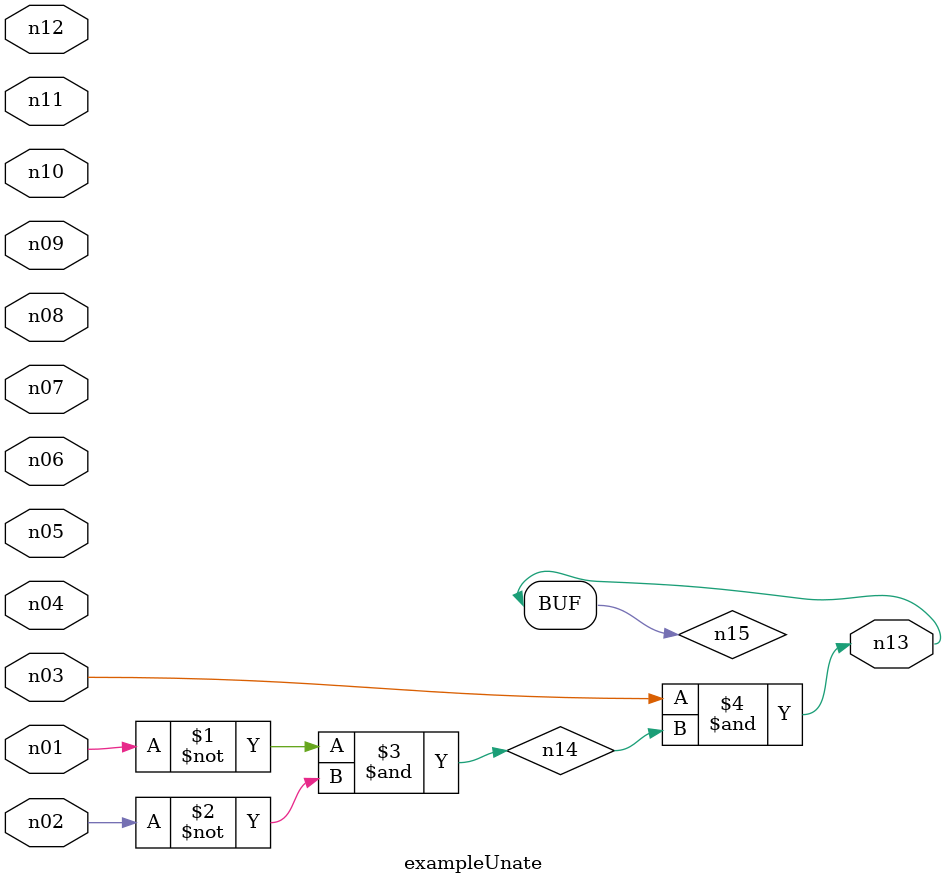
<source format=v>
module exampleUnate ( n01, n02, n03, n04, n05, n06, n07, n08, n09, n10, n11, n12, n13 );
input n01;
input n02;
input n03;
input n04;
input n05;
input n06;
input n07;
input n08;
input n09;
input n10;
input n11;
input n12;
output n13;
wire n14;
wire n15;
assign n14 = ~n01 & ~n02;
assign n15 =  n03 &  n14;
assign n13 =  n15;
endmodule


</source>
